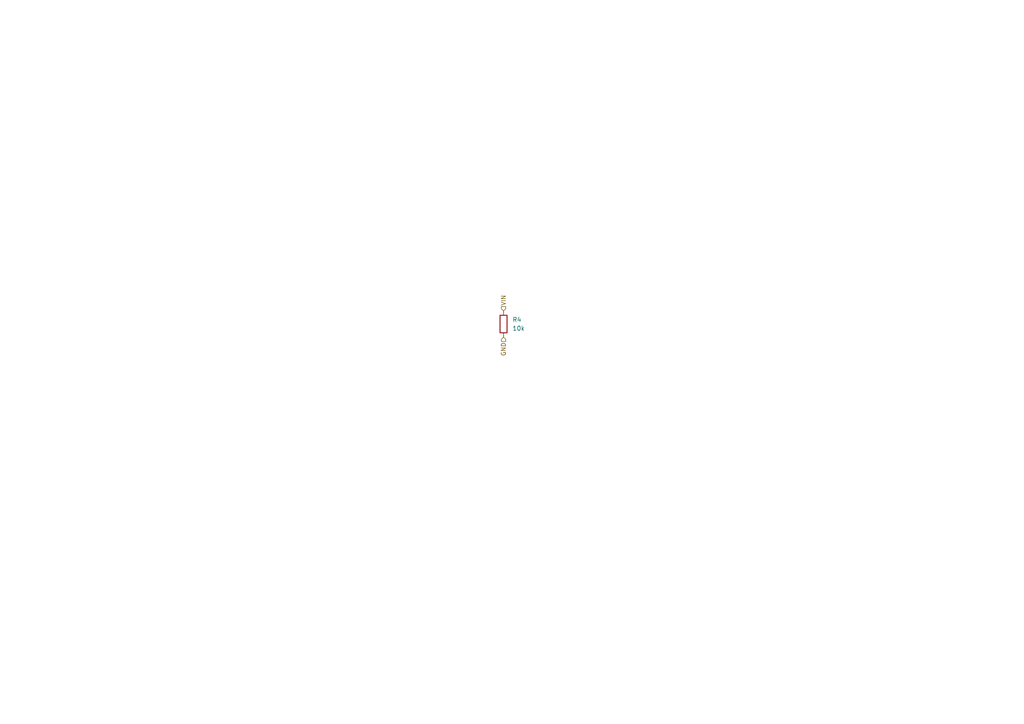
<source format=kicad_sch>
(kicad_sch (version 20250114) (generator "eeschema") (generator_version "9.0")
  (paper "A4")
  (lib_symbols
    (symbol "Device:R" (pin_numbers (hide yes)) (pin_names (offset 0))
      (property "Reference" "R" (at 2.032 0 90))
      (property "Value" "R" (at 0 0 90))
      (symbol "R_0_1"
        (rectangle (start -1.016 -2.54) (end 1.016 2.54) (stroke (width 0.254)))
      )
      (symbol "R_1_1"
        (pin passive line (at 0 3.81 270) (length 1.27) (name "~") (number "1"))
        (pin passive line (at 0 -3.81 90) (length 1.27) (name "~") (number "2"))
      )
    )
  )
  (hierarchical_label "VIN" (shape input) (at 146.05 90.17 90))
  (hierarchical_label "GND" (shape input) (at 146.05 97.79 270))
  (symbol (lib_id "Device:R") (at 146.05 93.98 0) (unit 1)
    (property "Reference" "R4" (at 148.59 92.7099 0) (effects (justify left)))
    (property "Value" "10k" (at 148.59 95.2499 0) (effects (justify left)))
    (property "Footprint" "Resistor_SMD:R_0603_1608Metric" (effects (hide yes)))
    (property "Description" "Resistor" (effects (hide yes)))
  )
)
</source>
